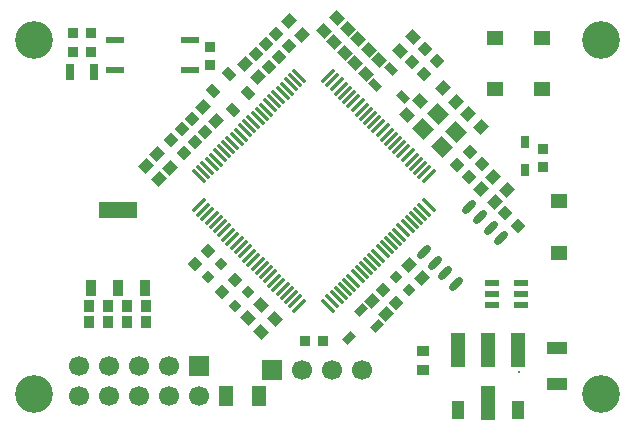
<source format=gbr>
G04*
G04 #@! TF.GenerationSoftware,Altium Limited,Altium Designer,24.0.1 (36)*
G04*
G04 Layer_Color=255*
%FSLAX25Y25*%
%MOIN*%
G70*
G04*
G04 #@! TF.SameCoordinates,BD3E70BB-0697-4B71-9AF7-6C14A59E7EE9*
G04*
G04*
G04 #@! TF.FilePolarity,Positive*
G04*
G01*
G75*
G04:AMPARAMS|DCode=20|XSize=35.43mil|YSize=33.47mil|CornerRadius=0mil|HoleSize=0mil|Usage=FLASHONLY|Rotation=225.000|XOffset=0mil|YOffset=0mil|HoleType=Round|Shape=Rectangle|*
%AMROTATEDRECTD20*
4,1,4,0.00070,0.02436,0.02436,0.00070,-0.00070,-0.02436,-0.02436,-0.00070,0.00070,0.02436,0.0*
%
%ADD20ROTATEDRECTD20*%

G04:AMPARAMS|DCode=21|XSize=39.37mil|YSize=35.43mil|CornerRadius=0mil|HoleSize=0mil|Usage=FLASHONLY|Rotation=225.000|XOffset=0mil|YOffset=0mil|HoleType=Round|Shape=Rectangle|*
%AMROTATEDRECTD21*
4,1,4,0.00139,0.02645,0.02645,0.00139,-0.00139,-0.02645,-0.02645,-0.00139,0.00139,0.02645,0.0*
%
%ADD21ROTATEDRECTD21*%

G04:AMPARAMS|DCode=22|XSize=23.62mil|YSize=39.37mil|CornerRadius=0mil|HoleSize=0mil|Usage=FLASHONLY|Rotation=315.000|XOffset=0mil|YOffset=0mil|HoleType=Round|Shape=Rectangle|*
%AMROTATEDRECTD22*
4,1,4,-0.02227,-0.00557,0.00557,0.02227,0.02227,0.00557,-0.00557,-0.02227,-0.02227,-0.00557,0.0*
%
%ADD22ROTATEDRECTD22*%

G04:AMPARAMS|DCode=23|XSize=58.07mil|YSize=11.81mil|CornerRadius=0mil|HoleSize=0mil|Usage=FLASHONLY|Rotation=225.000|XOffset=0mil|YOffset=0mil|HoleType=Round|Shape=Rectangle|*
%AMROTATEDRECTD23*
4,1,4,0.01636,0.02471,0.02471,0.01636,-0.01636,-0.02471,-0.02471,-0.01636,0.01636,0.02471,0.0*
%
%ADD23ROTATEDRECTD23*%

G04:AMPARAMS|DCode=24|XSize=58.07mil|YSize=11.81mil|CornerRadius=0mil|HoleSize=0mil|Usage=FLASHONLY|Rotation=315.000|XOffset=0mil|YOffset=0mil|HoleType=Round|Shape=Rectangle|*
%AMROTATEDRECTD24*
4,1,4,-0.02471,0.01636,-0.01636,0.02471,0.02471,-0.01636,0.01636,-0.02471,-0.02471,0.01636,0.0*
%
%ADD24ROTATEDRECTD24*%

%ADD25R,0.05354X0.04842*%
%ADD26R,0.04724X0.02362*%
%ADD27R,0.03740X0.05709*%
%ADD28R,0.12795X0.05709*%
G04:AMPARAMS|DCode=29|XSize=39.37mil|YSize=35.43mil|CornerRadius=0mil|HoleSize=0mil|Usage=FLASHONLY|Rotation=135.000|XOffset=0mil|YOffset=0mil|HoleType=Round|Shape=Rectangle|*
%AMROTATEDRECTD29*
4,1,4,0.02645,-0.00139,0.00139,-0.02645,-0.02645,0.00139,-0.00139,0.02645,0.02645,-0.00139,0.0*
%
%ADD29ROTATEDRECTD29*%

%ADD30R,0.04528X0.06693*%
%ADD31R,0.02953X0.03937*%
%ADD32R,0.03543X0.03347*%
%ADD33C,0.00787*%
%ADD34R,0.04921X0.11299*%
%ADD35R,0.04134X0.06221*%
G04:AMPARAMS|DCode=36|XSize=23.62mil|YSize=57.09mil|CornerRadius=0mil|HoleSize=0mil|Usage=FLASHONLY|Rotation=135.000|XOffset=0mil|YOffset=0mil|HoleType=Round|Shape=Round|*
%AMOVALD36*
21,1,0.03347,0.02362,0.00000,0.00000,225.0*
1,1,0.02362,0.01183,0.01183*
1,1,0.02362,-0.01183,-0.01183*
%
%ADD36OVALD36*%

G04:AMPARAMS|DCode=37|XSize=23.62mil|YSize=39.37mil|CornerRadius=0mil|HoleSize=0mil|Usage=FLASHONLY|Rotation=45.000|XOffset=0mil|YOffset=0mil|HoleType=Round|Shape=Rectangle|*
%AMROTATEDRECTD37*
4,1,4,0.00557,-0.02227,-0.02227,0.00557,-0.00557,0.02227,0.02227,-0.00557,0.00557,-0.02227,0.0*
%
%ADD37ROTATEDRECTD37*%

G04:AMPARAMS|DCode=38|XSize=55.12mil|YSize=47.24mil|CornerRadius=0mil|HoleSize=0mil|Usage=FLASHONLY|Rotation=135.000|XOffset=0mil|YOffset=0mil|HoleType=Round|Shape=Rectangle|*
%AMROTATEDRECTD38*
4,1,4,0.03619,-0.00278,0.00278,-0.03619,-0.03619,0.00278,-0.00278,0.03619,0.03619,-0.00278,0.0*
%
%ADD38ROTATEDRECTD38*%

G04:AMPARAMS|DCode=39|XSize=35.43mil|YSize=33.47mil|CornerRadius=0mil|HoleSize=0mil|Usage=FLASHONLY|Rotation=135.000|XOffset=0mil|YOffset=0mil|HoleType=Round|Shape=Rectangle|*
%AMROTATEDRECTD39*
4,1,4,0.02436,-0.00070,0.00070,-0.02436,-0.02436,0.00070,-0.00070,0.02436,0.02436,-0.00070,0.0*
%
%ADD39ROTATEDRECTD39*%

G04:AMPARAMS|DCode=40|XSize=39.37mil|YSize=29.53mil|CornerRadius=0mil|HoleSize=0mil|Usage=FLASHONLY|Rotation=135.000|XOffset=0mil|YOffset=0mil|HoleType=Round|Shape=Rectangle|*
%AMROTATEDRECTD40*
4,1,4,0.02436,-0.00348,0.00348,-0.02436,-0.02436,0.00348,-0.00348,0.02436,0.02436,-0.00348,0.0*
%
%ADD40ROTATEDRECTD40*%

%ADD41R,0.03150X0.05512*%
%ADD42R,0.06300X0.02200*%
%ADD43R,0.03543X0.03937*%
%ADD44R,0.03937X0.03543*%
%ADD45R,0.06890X0.03937*%
%ADD46R,0.03347X0.03543*%
%ADD83P,0.04454X4X270.0*%
%ADD84P,0.04454X4X180.0*%
%ADD89C,0.12598*%
%ADD90C,0.06693*%
%ADD91R,0.06693X0.06693*%
D20*
X100758Y131543D02*
D03*
X96443Y135857D02*
D03*
X93958Y124742D02*
D03*
X89643Y129058D02*
D03*
X92943Y132358D02*
D03*
X97258Y128042D02*
D03*
X177215Y71585D02*
D03*
X172900Y75900D02*
D03*
X136357Y46143D02*
D03*
X132043Y50458D02*
D03*
X61476Y100324D02*
D03*
X65791Y96009D02*
D03*
X64976Y103924D02*
D03*
X69291Y99609D02*
D03*
X68476Y107424D02*
D03*
X72791Y103109D02*
D03*
D21*
X132927Y42373D02*
D03*
X128473Y46827D02*
D03*
X164873Y84027D02*
D03*
X169327Y79573D02*
D03*
X164854Y104646D02*
D03*
X160400Y109100D02*
D03*
X156400Y113100D02*
D03*
X151946Y117554D02*
D03*
X86107Y125693D02*
D03*
X90561Y121239D02*
D03*
X173327Y83573D02*
D03*
X168873Y88027D02*
D03*
X145227Y54373D02*
D03*
X140773Y58827D02*
D03*
X105127Y135473D02*
D03*
X100673Y139927D02*
D03*
X72076Y111224D02*
D03*
X76530Y106770D02*
D03*
X56673Y95627D02*
D03*
X61127Y91173D02*
D03*
X57427Y87373D02*
D03*
X52973Y91827D02*
D03*
D22*
X129985Y38396D02*
D03*
X124696Y43685D02*
D03*
X120659Y34359D02*
D03*
D23*
X147245Y88238D02*
D03*
X145853Y89630D02*
D03*
X144461Y91022D02*
D03*
X143069Y92414D02*
D03*
X141677Y93806D02*
D03*
X140285Y95198D02*
D03*
X138893Y96590D02*
D03*
X137501Y97982D02*
D03*
X136109Y99374D02*
D03*
X134718Y100766D02*
D03*
X133326Y102158D02*
D03*
X131934Y103550D02*
D03*
X130542Y104942D02*
D03*
X129150Y106334D02*
D03*
X127758Y107726D02*
D03*
X126366Y109117D02*
D03*
X124974Y110510D02*
D03*
X123582Y111901D02*
D03*
X122190Y113293D02*
D03*
X120798Y114685D02*
D03*
X119406Y116077D02*
D03*
X118014Y117469D02*
D03*
X116622Y118861D02*
D03*
X115230Y120253D02*
D03*
X113838Y121645D02*
D03*
X70755Y78562D02*
D03*
X72147Y77170D02*
D03*
X73539Y75778D02*
D03*
X74931Y74386D02*
D03*
X76323Y72994D02*
D03*
X77715Y71602D02*
D03*
X79107Y70210D02*
D03*
X80499Y68818D02*
D03*
X81890Y67426D02*
D03*
X83283Y66034D02*
D03*
X84674Y64642D02*
D03*
X86066Y63250D02*
D03*
X87458Y61858D02*
D03*
X88850Y60466D02*
D03*
X90242Y59074D02*
D03*
X91634Y57683D02*
D03*
X93026Y56291D02*
D03*
X94418Y54899D02*
D03*
X95810Y53507D02*
D03*
X97202Y52115D02*
D03*
X98594Y50723D02*
D03*
X99986Y49331D02*
D03*
X101378Y47939D02*
D03*
X102770Y46547D02*
D03*
X104162Y45155D02*
D03*
D24*
Y121645D02*
D03*
X102770Y120253D02*
D03*
X101378Y118861D02*
D03*
X99986Y117469D02*
D03*
X98594Y116077D02*
D03*
X97202Y114685D02*
D03*
X95810Y113293D02*
D03*
X94418Y111901D02*
D03*
X93026Y110510D02*
D03*
X91634Y109117D02*
D03*
X90242Y107726D02*
D03*
X88850Y106334D02*
D03*
X87458Y104942D02*
D03*
X86066Y103550D02*
D03*
X84674Y102158D02*
D03*
X83283Y100766D02*
D03*
X81890Y99374D02*
D03*
X80499Y97982D02*
D03*
X79107Y96590D02*
D03*
X77715Y95198D02*
D03*
X76323Y93806D02*
D03*
X74931Y92414D02*
D03*
X73539Y91022D02*
D03*
X72147Y89630D02*
D03*
X70755Y88238D02*
D03*
X113838Y45155D02*
D03*
X115230Y46547D02*
D03*
X116622Y47939D02*
D03*
X118014Y49331D02*
D03*
X119406Y50723D02*
D03*
X120798Y52115D02*
D03*
X122190Y53507D02*
D03*
X123582Y54899D02*
D03*
X124974Y56291D02*
D03*
X126366Y57683D02*
D03*
X127758Y59074D02*
D03*
X129150Y60466D02*
D03*
X130542Y61858D02*
D03*
X131934Y63250D02*
D03*
X133326Y64642D02*
D03*
X134718Y66034D02*
D03*
X136109Y67426D02*
D03*
X137501Y68818D02*
D03*
X138893Y70210D02*
D03*
X140285Y71602D02*
D03*
X141677Y72994D02*
D03*
X143069Y74386D02*
D03*
X144461Y75778D02*
D03*
X145853Y77170D02*
D03*
X147245Y78562D02*
D03*
D25*
X169500Y134502D02*
D03*
Y117298D02*
D03*
X185000Y134402D02*
D03*
Y117198D02*
D03*
X190900Y62698D02*
D03*
Y79902D02*
D03*
D26*
X168279Y45360D02*
D03*
X168279Y49100D02*
D03*
X168279Y52840D02*
D03*
X178121D02*
D03*
X178121Y49100D02*
D03*
X178121Y45360D02*
D03*
D27*
X34584Y51108D02*
D03*
X43600D02*
D03*
X52616D02*
D03*
D28*
X43600Y77092D02*
D03*
D29*
X91573Y36273D02*
D03*
X96027Y40727D02*
D03*
X140000Y108800D02*
D03*
X144454Y113254D02*
D03*
X87073Y40973D02*
D03*
X91527Y45427D02*
D03*
X137773Y130173D02*
D03*
X142227Y134627D02*
D03*
X120300Y137400D02*
D03*
X115846Y132946D02*
D03*
X116727Y141027D02*
D03*
X112273Y136573D02*
D03*
X123800Y133900D02*
D03*
X119346Y129446D02*
D03*
X126373Y122473D02*
D03*
X130827Y126927D02*
D03*
X127327Y130427D02*
D03*
X122873Y125973D02*
D03*
D30*
X90712Y15100D02*
D03*
X79688D02*
D03*
D31*
X179300Y99537D02*
D03*
Y90304D02*
D03*
D32*
X185300Y91421D02*
D03*
Y97523D02*
D03*
X74400Y125349D02*
D03*
Y131451D02*
D03*
X34600Y135923D02*
D03*
Y129821D02*
D03*
X28800Y135937D02*
D03*
Y129835D02*
D03*
D33*
X177268Y22931D02*
D03*
D34*
X167200Y12759D02*
D03*
Y30200D02*
D03*
X177200D02*
D03*
X157200D02*
D03*
D35*
Y10220D02*
D03*
X177200D02*
D03*
D36*
X171489Y67583D02*
D03*
X167954Y71118D02*
D03*
X164418Y74654D02*
D03*
X160883Y78189D02*
D03*
X156317Y52411D02*
D03*
X152782Y55946D02*
D03*
X149246Y59482D02*
D03*
X145711Y63017D02*
D03*
D37*
X134704Y123885D02*
D03*
X129415Y118596D02*
D03*
X138741Y114559D02*
D03*
D38*
X151600Y98000D02*
D03*
X145475Y104125D02*
D03*
X150347Y108997D02*
D03*
X156472Y102872D02*
D03*
D39*
X156800Y91900D02*
D03*
X161115Y96215D02*
D03*
X160643Y88042D02*
D03*
X164957Y92357D02*
D03*
X146158Y130558D02*
D03*
X141842Y126242D02*
D03*
X82758Y53857D02*
D03*
X78443Y49542D02*
D03*
X69342Y58943D02*
D03*
X73658Y63257D02*
D03*
X145843Y122242D02*
D03*
X150157Y126558D02*
D03*
D40*
X87156Y115945D02*
D03*
X80627Y122473D02*
D03*
X82041Y110259D02*
D03*
X75512Y116788D02*
D03*
D41*
X27665Y123100D02*
D03*
X35735Y123100D02*
D03*
D42*
X67900Y133560D02*
D03*
X67900Y123560D02*
D03*
X42700Y123560D02*
D03*
Y133560D02*
D03*
D43*
X46800Y45100D02*
D03*
X53099Y45100D02*
D03*
X46800Y39700D02*
D03*
X53099D02*
D03*
X40450D02*
D03*
X34150D02*
D03*
X40450Y45100D02*
D03*
X34150D02*
D03*
D44*
X145500Y23750D02*
D03*
Y30050D02*
D03*
D45*
X190200Y31004D02*
D03*
Y18996D02*
D03*
D46*
X112151Y33400D02*
D03*
X106049D02*
D03*
D83*
X140736Y50383D02*
D03*
X136265Y54816D02*
D03*
D84*
X73683Y54564D02*
D03*
X78116Y59035D02*
D03*
X87017Y49636D02*
D03*
X82584Y45165D02*
D03*
D89*
X204724Y15748D02*
D03*
Y133858D02*
D03*
X15748D02*
D03*
Y15748D02*
D03*
D90*
X30700Y15000D02*
D03*
Y25000D02*
D03*
X40700Y15000D02*
D03*
Y25000D02*
D03*
X50700Y15000D02*
D03*
Y25000D02*
D03*
X60700Y15000D02*
D03*
Y25000D02*
D03*
X70700Y15000D02*
D03*
X125236Y23622D02*
D03*
X115236D02*
D03*
X105236D02*
D03*
D91*
X70700Y25000D02*
D03*
X95236Y23622D02*
D03*
M02*

</source>
